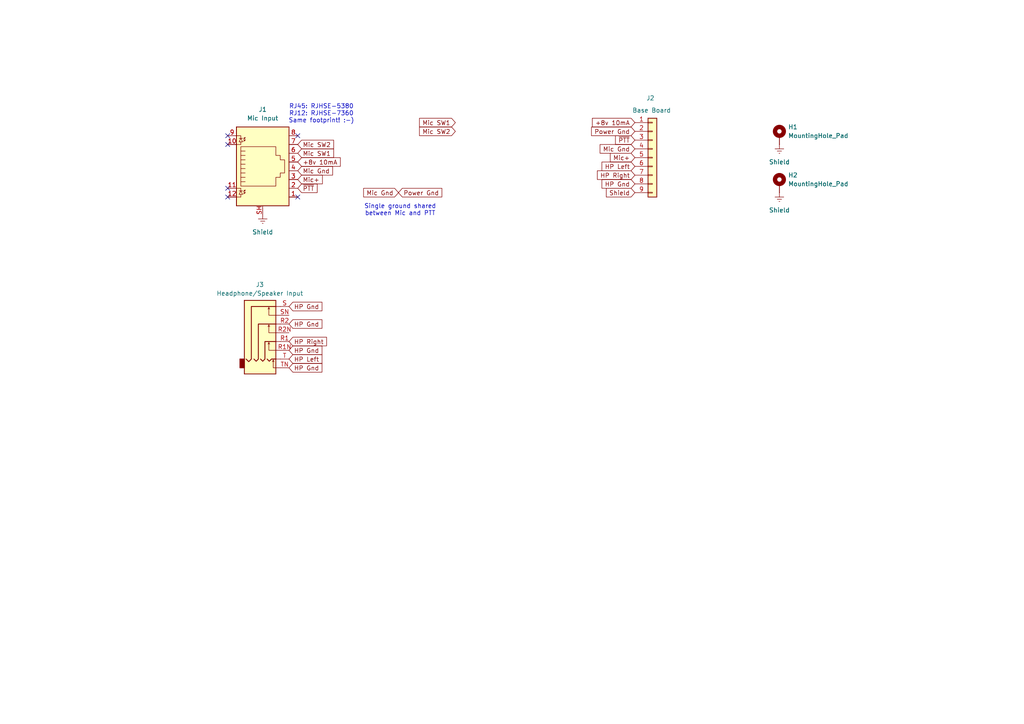
<source format=kicad_sch>
(kicad_sch (version 20231120) (generator "eeschema") (generator_version "8.0")
  (paper "A4")
  (lib_symbols
    (symbol "Connector:RJ45_LED_Shielded" (pin_names (offset 1.016))
      (property "Reference" "J" (at -5.08 13.97 0))
      (property "Value" "RJ45_LED_Shielded" (at 1.27 13.97 0))
      (symbol "RJ45_LED_Shielded_0_1"
        (polyline (pts (xy -7.62 -7.62) (xy -6.35 -7.62)))
        (polyline (pts (xy -7.62 -5.08) (xy -6.35 -5.08)))
        (polyline (pts (xy -7.62 7.62) (xy -6.35 7.62)))
        (polyline (pts (xy -7.62 10.16) (xy -6.35 10.16)))
        (polyline (pts (xy -6.858 -5.842) (xy -5.842 -5.842)))
        (polyline (pts (xy -6.858 9.398) (xy -5.842 9.398)))
        (polyline (pts (xy -6.35 -7.62) (xy -6.35 -6.858)))
        (polyline (pts (xy -6.35 -5.08) (xy -6.35 -5.842)))
        (polyline (pts (xy -6.35 7.62) (xy -6.35 8.382)))
        (polyline (pts (xy -6.35 10.16) (xy -6.35 9.398)))
        (polyline (pts (xy -5.08 -6.223) (xy -5.207 -6.604)))
        (polyline (pts (xy -5.08 -5.588) (xy -5.207 -5.969)))
        (polyline (pts (xy -5.08 4.445) (xy -6.35 4.445)))
        (polyline (pts (xy -5.08 5.715) (xy -6.35 5.715)))
        (polyline (pts (xy -5.08 9.017) (xy -5.207 8.636)))
        (polyline (pts (xy -5.08 9.652) (xy -5.207 9.271)))
        (polyline (pts (xy -6.35 -3.175) (xy -5.08 -3.175) (xy -5.08 -3.175)))
        (polyline (pts (xy -6.35 -1.905) (xy -5.08 -1.905) (xy -5.08 -1.905)))
        (polyline (pts (xy -6.35 -0.635) (xy -5.08 -0.635) (xy -5.08 -0.635)))
        (polyline (pts (xy -6.35 0.635) (xy -5.08 0.635) (xy -5.08 0.635)))
        (polyline (pts (xy -6.35 1.905) (xy -5.08 1.905) (xy -5.08 1.905)))
        (polyline (pts (xy -5.588 -6.731) (xy -5.08 -6.223) (xy -5.461 -6.35)))
        (polyline (pts (xy -5.588 -6.096) (xy -5.08 -5.588) (xy -5.461 -5.715)))
        (polyline (pts (xy -5.588 8.509) (xy -5.08 9.017) (xy -5.461 8.89)))
        (polyline (pts (xy -5.588 9.144) (xy -5.08 9.652) (xy -5.461 9.525)))
        (polyline (pts (xy -5.08 3.175) (xy -6.35 3.175) (xy -6.35 3.175)))
        (polyline (pts (xy -6.35 -5.842) (xy -6.858 -6.858) (xy -5.842 -6.858) (xy -6.35 -5.842)))
        (polyline (pts (xy -6.35 9.398) (xy -6.858 8.382) (xy -5.842 8.382) (xy -6.35 9.398)))
        (polyline (pts (xy -6.35 -4.445) (xy -6.35 6.985) (xy 3.81 6.985) (xy 3.81 4.445) (xy 5.08 4.445) (xy 5.08 3.175) (xy 6.35 3.175) (xy 6.35 -0.635) (xy 5.08 -0.635) (xy 5.08 -1.905) (xy 3.81 -1.905) (xy 3.81 -4.445) (xy -6.35 -4.445) (xy -6.35 -4.445)))
        (rectangle (start 7.62 12.7) (end -7.62 -10.16) (stroke (width 0.254)) (fill (type background)))
      )
      (symbol "RJ45_LED_Shielded_1_1"
        (pin passive line (at 10.16 -7.62 180) (length 2.54) (name "~") (number "1"))
        (pin passive line (at -10.16 7.62 0) (length 2.54) (name "~") (number "10"))
        (pin passive line (at -10.16 -5.08 0) (length 2.54) (name "~") (number "11"))
        (pin passive line (at -10.16 -7.62 0) (length 2.54) (name "~") (number "12"))
        (pin passive line (at 10.16 -5.08 180) (length 2.54) (name "~") (number "2"))
        (pin passive line (at 10.16 -2.54 180) (length 2.54) (name "~") (number "3"))
        (pin passive line (at 10.16 0 180) (length 2.54) (name "~") (number "4"))
        (pin passive line (at 10.16 2.54 180) (length 2.54) (name "~") (number "5"))
        (pin passive line (at 10.16 5.08 180) (length 2.54) (name "~") (number "6"))
        (pin passive line (at 10.16 7.62 180) (length 2.54) (name "~") (number "7"))
        (pin passive line (at 10.16 10.16 180) (length 2.54) (name "~") (number "8"))
        (pin passive line (at -10.16 10.16 0) (length 2.54) (name "~") (number "9"))
        (pin passive line (at 0 -12.7 90) (length 2.54) (name "~") (number "SH"))
      )
    )
    (symbol "Connector_Generic:Conn_01x09" (pin_names (offset 1.016) hide)
      (property "Reference" "J" (at 0 12.7 0))
      (property "Value" "Conn_01x09" (at 0 -12.7 0))
      (symbol "Conn_01x09_1_1"
        (rectangle (start -1.27 -10.033) (end 0 -10.287) (stroke (width 0.1524)))
        (rectangle (start -1.27 -7.493) (end 0 -7.747) (stroke (width 0.1524)))
        (rectangle (start -1.27 -4.953) (end 0 -5.207) (stroke (width 0.1524)))
        (rectangle (start -1.27 -2.413) (end 0 -2.667) (stroke (width 0.1524)))
        (rectangle (start -1.27 0.127) (end 0 -0.127) (stroke (width 0.1524)))
        (rectangle (start -1.27 2.667) (end 0 2.413) (stroke (width 0.1524)))
        (rectangle (start -1.27 5.207) (end 0 4.953) (stroke (width 0.1524)))
        (rectangle (start -1.27 7.747) (end 0 7.493) (stroke (width 0.1524)))
        (rectangle (start -1.27 10.287) (end 0 10.033) (stroke (width 0.1524)))
        (rectangle (start -1.27 11.43) (end 1.27 -11.43) (stroke (width 0.254)) (fill (type background)))
        (pin passive line (at -5.08 10.16 0) (length 3.81) (name "Pin_1") (number "1"))
        (pin passive line (at -5.08 7.62 0) (length 3.81) (name "Pin_2") (number "2"))
        (pin passive line (at -5.08 5.08 0) (length 3.81) (name "Pin_3") (number "3"))
        (pin passive line (at -5.08 2.54 0) (length 3.81) (name "Pin_4") (number "4"))
        (pin passive line (at -5.08 0 0) (length 3.81) (name "Pin_5") (number "5"))
        (pin passive line (at -5.08 -2.54 0) (length 3.81) (name "Pin_6") (number "6"))
        (pin passive line (at -5.08 -5.08 0) (length 3.81) (name "Pin_7") (number "7"))
        (pin passive line (at -5.08 -7.62 0) (length 3.81) (name "Pin_8") (number "8"))
        (pin passive line (at -5.08 -10.16 0) (length 3.81) (name "Pin_9") (number "9"))
      )
    )
    (symbol "Mechanical:MountingHole_Pad" (pin_numbers hide) (pin_names (offset 1.016) hide) (exclude_from_sim yes) (in_bom no)
      (property "Reference" "H" (at 0 6.35 0))
      (property "Value" "MountingHole_Pad" (at 0 4.445 0))
      (symbol "MountingHole_Pad_0_1"
        (circle (center 0 1.27) (radius 1.27) (stroke (width 1.27)))
      )
      (symbol "MountingHole_Pad_1_1"
        (pin input line (at 0 -2.54 90) (length 2.54) (name "1") (number "1"))
      )
    )
    (symbol "Smitty:AudioJack4_SwitchTR1R2S"
      (property "Reference" "J" (at -3.048 14.986 0))
      (property "Value" "AudioJack4_SwitchTR1R2S" (at -2.794 13.208 0))
      (symbol "AudioJack4_SwitchTR1R2S_0_1"
        (rectangle (start -9.144 -5.08) (end -7.874 -7.62) (stroke (width 0.254)) (fill (type outline)))
        (rectangle (start -7.874 11.938) (end 1.27 -9.398) (stroke (width 0.254)) (fill (type background)))
        (polyline (pts (xy 1.27 -5.08) (xy 2.54 -5.08)))
        (polyline (pts (xy 1.27 5.08) (xy 2.54 5.08)))
        (polyline (pts (xy 2.54 0) (xy 1.27 0)))
        (polyline (pts (xy 2.54 10.16) (xy 1.27 10.16)))
      )
      (symbol "AudioJack4_SwitchTR1R2S_1_1"
        (polyline (pts (xy -0.762 -0.254) (xy -0.508 -0.762)))
        (polyline (pts (xy -0.762 4.826) (xy -0.508 4.318)))
        (polyline (pts (xy -0.762 9.906) (xy -0.508 9.398)))
        (polyline (pts (xy 0.508 -5.334) (xy 0.762 -5.842)))
        (polyline (pts (xy -1.27 -5.08) (xy -0.635 -5.715) (xy 0 -5.08) (xy 1.27 -5.08)) (stroke (width 0.254)))
        (polyline (pts (xy 2.54 -7.62) (xy 0.508 -7.62) (xy 0.508 -5.334) (xy 0.254 -5.842)))
        (polyline (pts (xy 2.54 -2.54) (xy -0.762 -2.54) (xy -0.762 -0.254) (xy -1.016 -0.762)))
        (polyline (pts (xy 2.54 2.54) (xy -0.762 2.54) (xy -0.762 4.826) (xy -1.016 4.318)))
        (polyline (pts (xy 2.54 7.62) (xy -0.762 7.62) (xy -0.762 9.906) (xy -1.016 9.398)))
        (polyline (pts (xy -3.175 -5.08) (xy -2.54 -5.715) (xy -1.905 -5.08) (xy -1.905 0) (xy 1.27 0)) (stroke (width 0.254)))
        (polyline (pts (xy 1.27 5.08) (xy -3.81 5.08) (xy -3.81 -5.08) (xy -4.445 -5.715) (xy -5.08 -5.08)) (stroke (width 0.254)))
        (polyline (pts (xy 1.27 10.16) (xy -5.842 10.16) (xy -5.842 -5.08) (xy -6.604 -5.842) (xy -7.366 -5.08)) (stroke (width 0.254)))
        (pin passive line (at 5.08 0 180) (length 2.54) (name "~") (number "R1"))
        (pin passive line (at 5.08 -2.54 180) (length 2.54) (name "~") (number "R1N"))
        (pin passive line (at 5.08 5.08 180) (length 2.54) (name "~") (number "R2"))
        (pin passive line (at 5.08 2.54 180) (length 2.54) (name "~") (number "R2N"))
        (pin passive line (at 5.08 10.16 180) (length 2.54) (name "~") (number "S"))
        (pin passive line (at 5.08 7.62 180) (length 2.54) (name "~") (number "SN"))
        (pin passive line (at 5.08 -5.08 180) (length 2.54) (name "~") (number "T"))
        (pin passive line (at 5.08 -7.62 180) (length 2.54) (name "~") (number "TN"))
      )
    )
    (symbol "power:Earth" (power) (pin_numbers hide) (pin_names (offset 0) hide)
      (property "Value" "Earth" (at 0 -3.81 0))
      (symbol "Earth_0_1"
        (polyline (pts (xy -0.635 -1.905) (xy 0.635 -1.905)))
        (polyline (pts (xy -0.127 -2.54) (xy 0.127 -2.54)))
        (polyline (pts (xy 0 -1.27) (xy 0 0)))
        (polyline (pts (xy 1.27 -1.27) (xy -1.27 -1.27)))
      )
      (symbol "Earth_1_1"
        (pin power_in line (at 0 0 270) (length 0) (name "~") (number "1"))
      )
    )
  )
  (no_connect (at 66.04 57.15))
  (no_connect (at 66.04 39.37))
  (no_connect (at 66.04 41.91))
  (no_connect (at 86.36 57.15))
  (no_connect (at 86.36 39.37))
  (no_connect (at 66.04 54.61))
  (text "Single ground shared\nbetween Mic and PTT" (at 116.078 60.96 0) (effects (font (size 1.27 1.27))))
  (text "RJ45: RJHSE-5380\nRJ12: RJHSE-7360\nSame footprint! :-)" (at 93.218 33.02 0) (effects (font (size 1.27 1.27))))
  (global_label "Mic SW1" (shape input) (at 132.08 35.56 180) (property "Intersheetrefs" "${INTERSHEET_REFS}" (effects (hide yes))))
  (global_label "HP Gnd" (shape input) (at 83.82 106.68 0) (property "Intersheetrefs" "${INTERSHEET_REFS}" (effects (hide yes))))
  (global_label "HP Gnd" (shape input) (at 83.82 93.98 0) (property "Intersheetrefs" "${INTERSHEET_REFS}" (effects (hide yes))))
  (global_label "~{PTT}" (shape input) (at 86.36 54.61 0) (property "Intersheetrefs" "${INTERSHEET_REFS}" (effects (hide yes))))
  (global_label "Mic SW2" (shape input) (at 86.36 41.91 0) (property "Intersheetrefs" "${INTERSHEET_REFS}" (effects (hide yes))))
  (global_label "Mic SW2" (shape input) (at 132.08 38.1 180) (property "Intersheetrefs" "${INTERSHEET_REFS}" (effects (hide yes))))
  (global_label "HP Right" (shape input) (at 83.82 99.06 0) (property "Intersheetrefs" "${INTERSHEET_REFS}" (effects (hide yes))))
  (global_label "Mic+" (shape input) (at 184.15 45.72 180) (property "Intersheetrefs" "${INTERSHEET_REFS}" (effects (hide yes))))
  (global_label "HP Gnd" (shape input) (at 83.82 88.9 0) (property "Intersheetrefs" "${INTERSHEET_REFS}" (effects (hide yes))))
  (global_label "Power Gnd" (shape input) (at 184.15 38.1 180) (property "Intersheetrefs" "${INTERSHEET_REFS}" (effects (hide yes))))
  (global_label "HP Gnd" (shape input) (at 184.15 53.34 180) (property "Intersheetrefs" "${INTERSHEET_REFS}" (effects (hide yes))))
  (global_label "Mic Gnd" (shape input) (at 115.57 55.88 180) (property "Intersheetrefs" "${INTERSHEET_REFS}" (effects (hide yes))))
  (global_label "Mic Gnd" (shape input) (at 184.15 43.18 180) (property "Intersheetrefs" "${INTERSHEET_REFS}" (effects (hide yes))))
  (global_label "HP Gnd" (shape input) (at 83.82 101.6 0) (property "Intersheetrefs" "${INTERSHEET_REFS}" (effects (hide yes))))
  (global_label "Shield" (shape input) (at 184.15 55.88 180) (property "Intersheetrefs" "${INTERSHEET_REFS}" (effects (hide yes))))
  (global_label "Mic SW1" (shape input) (at 86.36 44.45 0) (property "Intersheetrefs" "${INTERSHEET_REFS}" (effects (hide yes))))
  (global_label "+8v 10mA" (shape input) (at 184.15 35.56 180) (property "Intersheetrefs" "${INTERSHEET_REFS}" (effects (hide yes))))
  (global_label "Mic+" (shape input) (at 86.36 52.07 0) (property "Intersheetrefs" "${INTERSHEET_REFS}" (effects (hide yes))))
  (global_label "HP Right" (shape input) (at 184.15 50.8 180) (property "Intersheetrefs" "${INTERSHEET_REFS}" (effects (hide yes))))
  (global_label "~{PTT}" (shape input) (at 184.15 40.64 180) (property "Intersheetrefs" "${INTERSHEET_REFS}" (effects (hide yes))))
  (global_label "HP Left" (shape input) (at 184.15 48.26 180) (property "Intersheetrefs" "${INTERSHEET_REFS}" (effects (hide yes))))
  (global_label "Mic Gnd" (shape input) (at 86.36 49.53 0) (property "Intersheetrefs" "${INTERSHEET_REFS}" (effects (hide yes))))
  (global_label "Power Gnd" (shape input) (at 115.57 55.88 0) (property "Intersheetrefs" "${INTERSHEET_REFS}" (effects (hide yes))))
  (global_label "+8v 10mA" (shape input) (at 86.36 46.99 0) (property "Intersheetrefs" "${INTERSHEET_REFS}" (effects (hide yes))))
  (global_label "HP Left" (shape input) (at 83.82 104.14 0) (property "Intersheetrefs" "${INTERSHEET_REFS}" (effects (hide yes))))
  (symbol (lib_id "Smitty:AudioJack4_SwitchTR1R2S") (at 78.74 99.06 0) (unit 1)
    (property "Reference" "J3" (at 75.3745 82.55 0))
    (property "Value" "Headphone/Speaker Input" (at 75.3745 85.09 0))
    (property "Footprint" "Libraries:Conn_3.5mm-PJ-393_SMT-C668609_TH-C145811" (effects (hide yes)))
    (property "Description" "Audio Jack, 4 Poles (Stereo / TRRS), Switched TR1R2S Poles (Normalling)" (effects (hide yes)))
  )
  (symbol (lib_id "power:Earth") (at 226.06 41.91 0) (unit 1)
    (property "Reference" "#PWR01" (effects (hide yes)))
    (property "Value" "Shield" (at 226.06 46.99 0))
    (property "Description" "Power symbol creates a global label with name \"Earth\"" (effects (hide yes)))
  )
  (symbol (lib_id "Connector:RJ45_LED_Shielded") (at 76.2 49.53 0) (unit 1)
    (property "Reference" "J1" (at 76.2 31.75 0))
    (property "Value" "Mic Input" (at 76.2 34.29 0))
    (property "Footprint" "Connector_RJ:RJ45_Amphenol_RJHSE538X" (effects (hide yes)))
    (property "Description" "RJ connector, 8P8C (8 positions 8 connected), two LEDs, Shielded" (effects (hide yes)))
  )
  (symbol (lib_id "power:Earth") (at 76.2 62.23 0) (unit 1)
    (property "Reference" "#PWR03" (effects (hide yes)))
    (property "Value" "Shield" (at 76.2 67.31 0))
    (property "Description" "Power symbol creates a global label with name \"Earth\"" (effects (hide yes)))
  )
  (symbol (lib_id "Mechanical:MountingHole_Pad") (at 226.06 53.34 0) (unit 1) (exclude_from_sim yes) (in_bom no)
    (property "Reference" "H2" (at 228.6 50.7999 0) (effects (justify left)))
    (property "Value" "MountingHole_Pad" (at 228.6 53.3399 0) (effects (justify left)))
    (property "Footprint" "MountingHole:MountingHole_3.2mm_M3_Pad" (effects (hide yes)))
    (property "Description" "Mounting Hole with connection" (effects (hide yes)))
  )
  (symbol (lib_id "Connector_Generic:Conn_01x09") (at 189.23 45.72 0) (unit 1)
    (property "Reference" "J2" (at 187.452 28.448 0) (effects (justify left)))
    (property "Value" "Base Board" (at 183.388 32.004 0) (effects (justify left)))
    (property "Footprint" "Libraries:Conn_B2B-RA_2.54mm_Castelated_9pin_RtoL" (effects (hide yes)))
    (property "Description" "Generic connector, single row, 01x09, script generated (kicad-library-utils/schlib/autogen/connector/)" (effects (hide yes)))
  )
  (symbol (lib_id "power:Earth") (at 226.06 55.88 0) (unit 1)
    (property "Reference" "#PWR02" (effects (hide yes)))
    (property "Value" "Shield" (at 226.06 60.96 0))
    (property "Description" "Power symbol creates a global label with name \"Earth\"" (effects (hide yes)))
  )
  (symbol (lib_id "Mechanical:MountingHole_Pad") (at 226.06 39.37 0) (unit 1) (exclude_from_sim yes) (in_bom no)
    (property "Reference" "H1" (at 228.6 36.8299 0) (effects (justify left)))
    (property "Value" "MountingHole_Pad" (at 228.6 39.3699 0) (effects (justify left)))
    (property "Footprint" "MountingHole:MountingHole_3.2mm_M3_Pad" (effects (hide yes)))
    (property "Description" "Mounting Hole with connection" (effects (hide yes)))
  )
)
</source>
